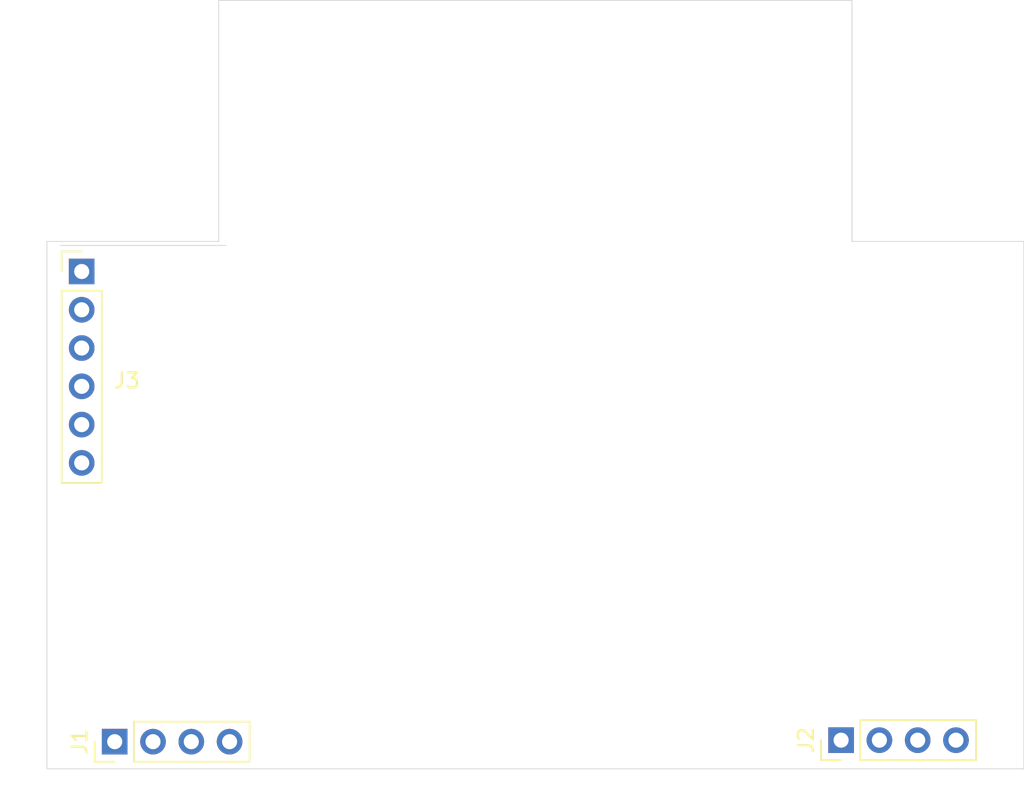
<source format=kicad_pcb>
(kicad_pcb (version 20211014) (generator pcbnew)
  (layers (0 "F.Cu" signal) (31 "B.Cu" signal) (34 "B.Paste" user) (35 "F.Paste" user) (36 "B.SilkS" user "B.Silkscreen") (37 "F.SilkS" user "F.Silkscreen") (38 "B.Mask" user) (39 "F.Mask" user) (44 "Edge.Cuts" user))
  (net 0 "")
  (footprint "Connector_PinHeader_2.54mm:PinHeader_1x06_P2.54mm_Vertical" (layer "F.Cu") (at 118.0106 66.395)
    (fp_text reference "J3" (at 2.9972 7.239) (layer "F.SilkS"))
    (fp_text value "Conn_01x06" hide)
    (fp_line (start -1.33 -1.33) (end 0 -1.33) (layer "F.SilkS") (width 0.12))
    (fp_line (start -1.33 1.27) (end 1.33 1.27) (layer "F.SilkS") (width 0.12))
    (fp_line (start -1.33 0) (end -1.33 -1.33) (layer "F.SilkS") (width 0.12))
    (fp_line (start -1.33 1.27) (end -1.33 14.03) (layer "F.SilkS") (width 0.12))
    (fp_line (start 1.33 1.27) (end 1.33 14.03) (layer "F.SilkS") (width 0.12))
    (fp_line (start -1.33 14.03) (end 1.33 14.03) (layer "F.SilkS") (width 0.12))
    (pad "1" thru_hole rect locked (at 0 0) (size 1.7 1.7) (drill 1) (layers *.Cu *.Mask))
    (pad "2" thru_hole oval locked (at 0 2.54) (size 1.7 1.7) (drill 1) (layers *.Cu *.Mask))
    (pad "3" thru_hole oval locked (at 0 5.08) (size 1.7 1.7) (drill 1) (layers *.Cu *.Mask))
    (pad "4" thru_hole oval locked (at 0 7.62) (size 1.7 1.7) (drill 1) (layers *.Cu *.Mask))
    (pad "5" thru_hole oval locked (at 0 10.16) (size 1.7 1.7) (drill 1) (layers *.Cu *.Mask))
    (pad "6" thru_hole oval locked (at 0 12.7) (size 1.7 1.7) (drill 1) (layers *.Cu *.Mask))
  )
  (footprint "Connector_PinHeader_2.54mm:PinHeader_1x04_P2.54mm_Vertical" (layer "F.Cu") (at 168.38 97.5 90)
    (fp_text reference "J2" (at 0 -2.33 90) (layer "F.SilkS"))
    (fp_text value "Conn_01x04_Right" hide)
    (fp_line (start -1.33 1.27) (end 1.33 1.27) (layer "F.SilkS") (width 0.12))
    (fp_line (start -1.33 8.95) (end 1.33 8.95) (layer "F.SilkS") (width 0.12))
    (fp_line (start -1.33 1.27) (end -1.33 8.95) (layer "F.SilkS") (width 0.12))
    (fp_line (start -1.33 0) (end -1.33 -1.33) (layer "F.SilkS") (width 0.12))
    (fp_line (start -1.33 -1.33) (end 0 -1.33) (layer "F.SilkS") (width 0.12))
    (fp_line (start 1.33 1.27) (end 1.33 8.95) (layer "F.SilkS") (width 0.12))
    (pad "1" thru_hole rect locked (at 0 0 90) (size 1.7 1.7) (drill 1) (layers *.Cu *.Mask))
    (pad "2" thru_hole oval locked (at 0 2.54 90) (size 1.7 1.7) (drill 1) (layers *.Cu *.Mask))
    (pad "3" thru_hole oval locked (at 0 5.08 90) (size 1.7 1.7) (drill 1) (layers *.Cu *.Mask))
    (pad "4" thru_hole oval locked (at 0 7.62 90) (size 1.7 1.7) (drill 1) (layers *.Cu *.Mask))
  )
  (footprint "Connector_PinHeader_2.54mm:PinHeader_1x04_P2.54mm_Vertical" (layer "F.Cu") (at 120.2 97.6 90)
    (fp_text reference "J1" (at 0 -2.33 90) (layer "F.SilkS"))
    (fp_text value "Conn_01x04_Left" hide)
    (fp_line (start -1.33 1.27) (end -1.33 8.95) (layer "F.SilkS") (width 0.12))
    (fp_line (start -1.33 1.27) (end 1.33 1.27) (layer "F.SilkS") (width 0.12))
    (fp_line (start -1.33 -1.33) (end 0 -1.33) (layer "F.SilkS") (width 0.12))
    (fp_line (start -1.33 0) (end -1.33 -1.33) (layer "F.SilkS") (width 0.12))
    (fp_line (start 1.33 1.27) (end 1.33 8.95) (layer "F.SilkS") (width 0.12))
    (fp_line (start -1.33 8.95) (end 1.33 8.95) (layer "F.SilkS") (width 0.12))
    (pad "1" thru_hole rect locked (at 0 0 90) (size 1.7 1.7) (drill 1) (layers *.Cu *.Mask))
    (pad "2" thru_hole oval locked (at 0 2.54 90) (size 1.7 1.7) (drill 1) (layers *.Cu *.Mask))
    (pad "3" thru_hole oval locked (at 0 5.08 90) (size 1.7 1.7) (drill 1) (layers *.Cu *.Mask))
    (pad "4" thru_hole oval locked (at 0 7.62 90) (size 1.7 1.7) (drill 1) (layers *.Cu *.Mask))
  )
  (gr_line (start 115.7 64.4) (end 115.7 99.4) (layer "Edge.Cuts") (width 0.05))
  (gr_line (start 169.1 48.4) (end 127.1 48.4) (layer "Edge.Cuts") (width 0.05))
  (gr_line (start 180.5 64.4) (end 169.1 64.4) (layer "Edge.Cuts") (width 0.05))
  (gr_line (start 180.5 99.4) (end 180.5 64.4) (layer "Edge.Cuts") (width 0.05))
  (gr_line (start 115.7 99.4) (end 180.5 99.4) (layer "Edge.Cuts") (width 0.05))
  (gr_line (start 127.5864 64.6678) (end 116.5628 64.6678) (layer "Edge.Cuts") (width 0.05))
  (gr_line (start 169.1 64.4) (end 169.1 48.4) (layer "Edge.Cuts") (width 0.05))
  (gr_line (start 127.1 64.4) (end 115.7 64.4) (layer "Edge.Cuts") (width 0.05))
  (gr_line (start 127.1 48.4) (end 127.1 64.4) (layer "Edge.Cuts") (width 0.05))
)
</source>
